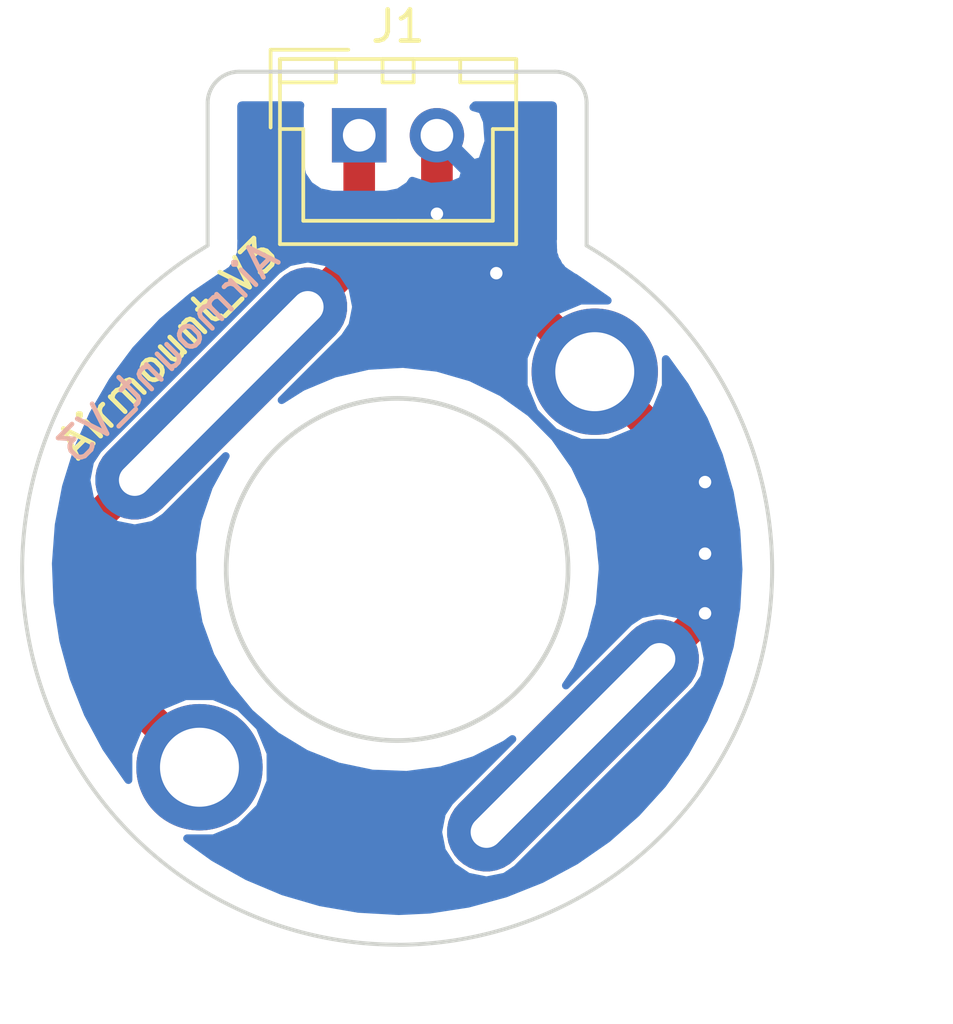
<source format=kicad_pcb>
(kicad_pcb (version 20171130) (host pcbnew 6.0.0-rc1-unknown-7dfc4e3~65~ubuntu18.04.1)

  (general
    (thickness 1.6)
    (drawings 14)
    (tracks 20)
    (zones 0)
    (modules 4)
    (nets 3)
  )

  (page A4)
  (layers
    (0 F.Cu signal)
    (31 B.Cu signal)
    (32 B.Adhes user)
    (33 F.Adhes user)
    (34 B.Paste user)
    (35 F.Paste user)
    (36 B.SilkS user)
    (37 F.SilkS user)
    (38 B.Mask user)
    (39 F.Mask user)
    (40 Dwgs.User user)
    (41 Cmts.User user)
    (42 Eco1.User user)
    (43 Eco2.User user)
    (44 Edge.Cuts user)
    (45 Margin user)
    (46 B.CrtYd user)
    (47 F.CrtYd user)
    (48 B.Fab user hide)
    (49 F.Fab user hide)
  )

  (setup
    (last_trace_width 0.25)
    (user_trace_width 0.254)
    (user_trace_width 0.508)
    (user_trace_width 0.762)
    (user_trace_width 1.016)
    (user_trace_width 1.27)
    (user_trace_width 1.524)
    (user_trace_width 1.778)
    (user_trace_width 2.032)
    (trace_clearance 0.2)
    (zone_clearance 0.889)
    (zone_45_only yes)
    (trace_min 0.2)
    (via_size 0.8)
    (via_drill 0.4)
    (via_min_size 0.4)
    (via_min_drill 0.3)
    (uvia_size 0.3)
    (uvia_drill 0.1)
    (uvias_allowed no)
    (uvia_min_size 0.2)
    (uvia_min_drill 0.1)
    (edge_width 0.127)
    (segment_width 0.2032)
    (pcb_text_width 0.254)
    (pcb_text_size 1.524 1.016)
    (mod_edge_width 0.127)
    (mod_text_size 1.016 1.016)
    (mod_text_width 0.127)
    (pad_size 4 4)
    (pad_drill 2.5)
    (pad_to_mask_clearance 0.2)
    (aux_axis_origin 0 0)
    (grid_origin 127 88.9)
    (visible_elements FFFFFF7F)
    (pcbplotparams
      (layerselection 0x010f0_ffffffff)
      (usegerberextensions true)
      (usegerberattributes false)
      (usegerberadvancedattributes false)
      (creategerberjobfile false)
      (excludeedgelayer true)
      (linewidth 0.127000)
      (plotframeref false)
      (viasonmask false)
      (mode 1)
      (useauxorigin true)
      (hpglpennumber 1)
      (hpglpenspeed 20)
      (hpglpendiameter 15.000000)
      (psnegative false)
      (psa4output false)
      (plotreference false)
      (plotvalue false)
      (plotinvisibletext false)
      (padsonsilk false)
      (subtractmaskfromsilk true)
      (outputformat 1)
      (mirror false)
      (drillshape 0)
      (scaleselection 1)
      (outputdirectory "airmount_gerbers/"))
  )

  (net 0 "")
  (net 1 GND)
  (net 2 "Net-(J1-Pad1)")

  (net_class Default "This is the default net class."
    (clearance 0.2)
    (trace_width 0.25)
    (via_dia 0.8)
    (via_drill 0.4)
    (uvia_dia 0.3)
    (uvia_drill 0.1)
  )

  (net_class 20mil ""
    (clearance 0.2)
    (trace_width 0.508)
    (via_dia 0.8)
    (via_drill 0.4)
    (uvia_dia 0.3)
    (uvia_drill 0.1)
  )

  (net_class 30mil ""
    (clearance 0.2)
    (trace_width 0.762)
    (via_dia 0.8)
    (via_drill 0.4)
    (uvia_dia 0.3)
    (uvia_drill 0.1)
  )

  (net_class 40mil ""
    (clearance 0.2)
    (trace_width 1.016)
    (via_dia 0.8)
    (via_drill 0.4)
    (uvia_dia 0.3)
    (uvia_drill 0.1)
    (add_net GND)
    (add_net "Net-(J1-Pad1)")
  )

  (net_class 50mil ""
    (clearance 0.2)
    (trace_width 1.27)
    (via_dia 0.8)
    (via_drill 0.4)
    (uvia_dia 0.3)
    (uvia_drill 0.1)
  )

  (net_class thick ""
    (clearance 0.2)
    (trace_width 0.4)
    (via_dia 0.8)
    (via_drill 0.4)
    (uvia_dia 0.3)
    (uvia_drill 0.1)
  )

  (module library:p_contacts2 (layer F.Cu) (tedit 5B5C0A1D) (tstamp 5B670995)
    (at 127 88.9 45)
    (path /5B47C54B)
    (fp_text reference M1 (at 0 6.35 45) (layer F.SilkS) hide
      (effects (font (size 1 1) (thickness 0.15)))
    )
    (fp_text value Motor_DC (at 0 -8.89 45) (layer F.Fab)
      (effects (font (size 1 1) (thickness 0.15)))
    )
    (pad 2 thru_hole circle (at 8.9916 0 45) (size 4.064 4.064) (drill 2.54) (layers *.Mask F.Cu)
      (net 1 GND))
    (pad 1 thru_hole circle (at -8.9916 0 45) (size 4.064 4.064) (drill 2.54) (layers *.Mask F.Cu)
      (net 2 "Net-(J1-Pad1)"))
  )

  (module library:GasSolenoid2 (layer F.Cu) (tedit 5B5C09EB) (tstamp 5B67099A)
    (at 127 88.9 135)
    (path /5B56300C)
    (fp_text reference M2 (at 0 15.24 135) (layer F.SilkS) hide
      (effects (font (size 1 1) (thickness 0.15)))
    )
    (fp_text value Motor_DC (at 0 -6.096 135) (layer F.Fab)
      (effects (font (size 1 1) (thickness 0.15)))
    )
    (fp_circle (center 0 0) (end 5.08 0) (layer F.Fab) (width 0.15))
    (fp_circle (center 0 0) (end 12.7 0) (layer F.Fab) (width 0.15))
    (pad 2 thru_hole roundrect (at -8.000999 0 135) (size 2.54 10.414) (drill oval 1.016 8.89) (layers *.Mask F.Cu) (roundrect_rratio 0.5)
      (net 1 GND))
    (pad 1 thru_hole roundrect (at 8.000999 0 135) (size 2.54 10.414) (drill oval 1.016 8.89) (layers *.Mask F.Cu) (roundrect_rratio 0.5)
      (net 2 "Net-(J1-Pad1)"))
  )

  (module library:pumpBoard2 (layer F.Cu) (tedit 5B5C0136) (tstamp 5B467481)
    (at 127 88.9)
    (fp_text reference Board1 (at 0.508 14.478) (layer F.SilkS) hide
      (effects (font (size 1 1) (thickness 0.15)))
    )
    (fp_text value pumpBoard2 (at 0 -1.778) (layer F.Fab)
      (effects (font (size 1 1) (thickness 0.15)))
    )
    (fp_arc (start 5.08 -14.986) (end 6.096 -14.986) (angle -90) (layer F.Fab) (width 0.127))
    (fp_arc (start -5.08 -14.986) (end -5.08 -16.002) (angle -90) (layer F.Fab) (width 0.127))
    (fp_line (start -5.08 -16.002) (end 5.08 -16.002) (layer F.Fab) (width 0.127))
    (fp_line (start 6.096 -10.414) (end 6.096 -14.986) (layer F.Fab) (width 0.127))
    (fp_line (start -6.096 -10.414) (end -6.096 -14.986) (layer F.Fab) (width 0.127))
    (fp_arc (start 0 0) (end -6.096 -10.414) (angle -299.3) (layer F.Fab) (width 0.127))
    (fp_circle (center 0 0) (end 5.461 0) (layer F.Fab) (width 0.127))
  )

  (module Connectors_JST:JST_XH_B02B-XH-A_02x2.50mm_Straight (layer F.Cu) (tedit 58EAE7F0) (tstamp 5B4672FA)
    (at 125.7808 74.9418)
    (descr "JST XH series connector, B02B-XH-A, top entry type, through hole")
    (tags "connector jst xh tht top vertical 2.50mm")
    (path /5B47C618)
    (fp_text reference J1 (at 1.25 -3.5) (layer F.SilkS)
      (effects (font (size 1 1) (thickness 0.15)))
    )
    (fp_text value JST (at 1.25 4.5) (layer F.Fab)
      (effects (font (size 1 1) (thickness 0.15)))
    )
    (fp_line (start -2.45 -2.35) (end -2.45 3.4) (layer F.Fab) (width 0.1))
    (fp_line (start -2.45 3.4) (end 4.95 3.4) (layer F.Fab) (width 0.1))
    (fp_line (start 4.95 3.4) (end 4.95 -2.35) (layer F.Fab) (width 0.1))
    (fp_line (start 4.95 -2.35) (end -2.45 -2.35) (layer F.Fab) (width 0.1))
    (fp_line (start -2.95 -2.85) (end -2.95 3.9) (layer F.CrtYd) (width 0.05))
    (fp_line (start -2.95 3.9) (end 5.45 3.9) (layer F.CrtYd) (width 0.05))
    (fp_line (start 5.45 3.9) (end 5.45 -2.85) (layer F.CrtYd) (width 0.05))
    (fp_line (start 5.45 -2.85) (end -2.95 -2.85) (layer F.CrtYd) (width 0.05))
    (fp_line (start -2.55 -2.45) (end -2.55 3.5) (layer F.SilkS) (width 0.12))
    (fp_line (start -2.55 3.5) (end 5.05 3.5) (layer F.SilkS) (width 0.12))
    (fp_line (start 5.05 3.5) (end 5.05 -2.45) (layer F.SilkS) (width 0.12))
    (fp_line (start 5.05 -2.45) (end -2.55 -2.45) (layer F.SilkS) (width 0.12))
    (fp_line (start 0.75 -2.45) (end 0.75 -1.7) (layer F.SilkS) (width 0.12))
    (fp_line (start 0.75 -1.7) (end 1.75 -1.7) (layer F.SilkS) (width 0.12))
    (fp_line (start 1.75 -1.7) (end 1.75 -2.45) (layer F.SilkS) (width 0.12))
    (fp_line (start 1.75 -2.45) (end 0.75 -2.45) (layer F.SilkS) (width 0.12))
    (fp_line (start -2.55 -2.45) (end -2.55 -1.7) (layer F.SilkS) (width 0.12))
    (fp_line (start -2.55 -1.7) (end -0.75 -1.7) (layer F.SilkS) (width 0.12))
    (fp_line (start -0.75 -1.7) (end -0.75 -2.45) (layer F.SilkS) (width 0.12))
    (fp_line (start -0.75 -2.45) (end -2.55 -2.45) (layer F.SilkS) (width 0.12))
    (fp_line (start 3.25 -2.45) (end 3.25 -1.7) (layer F.SilkS) (width 0.12))
    (fp_line (start 3.25 -1.7) (end 5.05 -1.7) (layer F.SilkS) (width 0.12))
    (fp_line (start 5.05 -1.7) (end 5.05 -2.45) (layer F.SilkS) (width 0.12))
    (fp_line (start 5.05 -2.45) (end 3.25 -2.45) (layer F.SilkS) (width 0.12))
    (fp_line (start -2.55 -0.2) (end -1.8 -0.2) (layer F.SilkS) (width 0.12))
    (fp_line (start -1.8 -0.2) (end -1.8 2.75) (layer F.SilkS) (width 0.12))
    (fp_line (start -1.8 2.75) (end 1.25 2.75) (layer F.SilkS) (width 0.12))
    (fp_line (start 5.05 -0.2) (end 4.3 -0.2) (layer F.SilkS) (width 0.12))
    (fp_line (start 4.3 -0.2) (end 4.3 2.75) (layer F.SilkS) (width 0.12))
    (fp_line (start 4.3 2.75) (end 1.25 2.75) (layer F.SilkS) (width 0.12))
    (fp_line (start -0.35 -2.75) (end -2.85 -2.75) (layer F.SilkS) (width 0.12))
    (fp_line (start -2.85 -2.75) (end -2.85 -0.25) (layer F.SilkS) (width 0.12))
    (fp_line (start -0.35 -2.75) (end -2.85 -2.75) (layer F.Fab) (width 0.1))
    (fp_line (start -2.85 -2.75) (end -2.85 -0.25) (layer F.Fab) (width 0.1))
    (fp_text user %R (at 1.25 2.5) (layer F.Fab)
      (effects (font (size 1 1) (thickness 0.15)))
    )
    (pad 1 thru_hole rect (at 0 0) (size 1.75 1.75) (drill 1.05) (layers *.Cu *.Mask)
      (net 2 "Net-(J1-Pad1)"))
    (pad 2 thru_hole circle (at 2.5 0) (size 1.75 1.75) (drill 1.05) (layers *.Cu *.Mask)
      (net 1 GND))
    (model Connectors_JST.3dshapes/JST_XH_B02B-XH-A_02x2.50mm_Straight.wrl
      (at (xyz 0 0 0))
      (scale (xyz 1 1 1))
      (rotate (xyz 0 0 0))
    )
  )

  (gr_arc (start 127 88.9) (end 120.70334 78.613) (angle -148.529251) (layer Edge.Cuts) (width 0.127))
  (gr_arc (start 127 88.9) (end 127 100.965) (angle -148.5189608) (layer Edge.Cuts) (width 0.127))
  (gr_line (start 133.2992 78.61046) (end 133.096 78.486) (layer Edge.Cuts) (width 0.127))
  (gr_line (start 120.7008 78.613) (end 120.904 78.486) (layer Edge.Cuts) (width 0.127))
  (gr_text Airmount_V3 (at 119.634 81.915 45) (layer B.SilkS) (tstamp 5B5C0FFA)
    (effects (font (size 1.016 1.016) (thickness 0.1524)) (justify mirror))
  )
  (gr_text Airmount_V3 (at 119.634 81.788 45) (layer F.SilkS)
    (effects (font (size 1.016 1.016) (thickness 0.1524)))
  )
  (dimension 28.067 (width 0.15) (layer Dwgs.User)
    (gr_text "28.067 mm" (at 143.54 86.9315 90) (layer Dwgs.User)
      (effects (font (size 1 1) (thickness 0.15)))
    )
    (feature1 (pts (xy 127 72.898) (xy 142.826421 72.898)))
    (feature2 (pts (xy 127 100.965) (xy 142.826421 100.965)))
    (crossbar (pts (xy 142.24 100.965) (xy 142.24 72.898)))
    (arrow1a (pts (xy 142.24 72.898) (xy 142.826421 74.024504)))
    (arrow1b (pts (xy 142.24 72.898) (xy 141.653579 74.024504)))
    (arrow2a (pts (xy 142.24 100.965) (xy 142.826421 99.838496)))
    (arrow2b (pts (xy 142.24 100.965) (xy 141.653579 99.838496)))
  )
  (dimension 24.13 (width 0.15) (layer Dwgs.User)
    (gr_text "24.13 mm" (at 127 104.17) (layer Dwgs.User)
      (effects (font (size 1 1) (thickness 0.15)))
    )
    (feature1 (pts (xy 139.065 88.9) (xy 139.065 103.456421)))
    (feature2 (pts (xy 114.935 88.9) (xy 114.935 103.456421)))
    (crossbar (pts (xy 114.935 102.87) (xy 139.065 102.87)))
    (arrow1a (pts (xy 139.065 102.87) (xy 137.938496 103.456421)))
    (arrow1b (pts (xy 139.065 102.87) (xy 137.938496 102.283579)))
    (arrow2a (pts (xy 114.935 102.87) (xy 116.061504 103.456421)))
    (arrow2b (pts (xy 114.935 102.87) (xy 116.061504 102.283579)))
  )
  (gr_arc (start 132.08 73.914) (end 133.096 73.914) (angle -90) (layer Edge.Cuts) (width 0.127))
  (gr_arc (start 121.92 73.914) (end 121.92 72.898) (angle -90) (layer Edge.Cuts) (width 0.127))
  (gr_line (start 120.904 73.914) (end 120.904 78.486) (layer Edge.Cuts) (width 0.127))
  (gr_line (start 132.08 72.898) (end 121.92 72.898) (layer Edge.Cuts) (width 0.127))
  (gr_line (start 133.096 78.486) (end 133.096 73.914) (layer Edge.Cuts) (width 0.127))
  (gr_circle (center 127 88.9) (end 132.5 88.9) (layer Edge.Cuts) (width 0.15))

  (segment (start 128.2808 77.464758) (end 128.2808 77.464758) (width 1.016) (layer F.Cu) (net 1))
  (segment (start 128.2808 74.9418) (end 128.2808 77.464758) (width 1.016) (layer F.Cu) (net 1))
  (segment (start 133.358021 82.541979) (end 136.906 86.089958) (width 1.016) (layer F.Cu) (net 1))
  (segment (start 136.906 90.309122) (end 136.906 90.309122) (width 1.016) (layer F.Cu) (net 1))
  (segment (start 136.906 86.089958) (end 136.906 88.392) (width 1.016) (layer F.Cu) (net 1))
  (segment (start 128.2808 77.464758) (end 130.191042 79.375) (width 1.016) (layer F.Cu) (net 1) (tstamp 5B5C0CE4))
  (via (at 128.2808 77.464758) (size 0.8) (drill 0.4) (layers F.Cu B.Cu) (net 1))
  (segment (start 130.191042 79.375) (end 133.358021 82.541979) (width 1.016) (layer F.Cu) (net 1) (tstamp 5B5C0CE6))
  (via (at 130.191042 79.375) (size 0.8) (drill 0.4) (layers F.Cu B.Cu) (net 1))
  (segment (start 136.906 86.089958) (end 136.906 86.089958) (width 1.016) (layer F.Cu) (net 1) (tstamp 5B5C0CE8))
  (via (at 136.906 86.089958) (size 0.8) (drill 0.4) (layers F.Cu B.Cu) (net 1))
  (segment (start 136.906 90.309122) (end 132.657561 94.557561) (width 1.016) (layer F.Cu) (net 1) (tstamp 5B5C0CEA))
  (via (at 136.906 90.309122) (size 0.8) (drill 0.4) (layers F.Cu B.Cu) (net 1))
  (segment (start 136.906 88.392) (end 136.906 90.309122) (width 1.016) (layer F.Cu) (net 1) (tstamp 5B5C0CEC))
  (via (at 136.906 88.392) (size 0.8) (drill 0.4) (layers F.Cu B.Cu) (net 1))
  (segment (start 125.7808 78.804078) (end 121.342439 83.242439) (width 1.016) (layer F.Cu) (net 2))
  (segment (start 125.7808 74.9418) (end 125.7808 78.804078) (width 1.016) (layer F.Cu) (net 2))
  (segment (start 120.641979 95.258021) (end 117.221 91.837042) (width 1.016) (layer F.Cu) (net 2))
  (segment (start 117.221 87.363878) (end 121.342439 83.242439) (width 1.016) (layer F.Cu) (net 2))
  (segment (start 117.221 91.837042) (end 117.221 87.363878) (width 1.016) (layer F.Cu) (net 2))

  (zone (net 1) (net_name GND) (layer B.Cu) (tstamp 5B5C4C2E) (hatch edge 0.508)
    (connect_pads (clearance 0.889))
    (min_thickness 0.254)
    (fill yes (arc_segments 16) (thermal_gap 0.635) (thermal_bridge_width 0.635) (smoothing fillet) (radius 0.508))
    (polygon
      (pts
        (xy 114.808 72.644) (xy 114.808 101.092) (xy 139.192 101.092) (xy 139.192 72.644)
      )
    )
    (filled_polygon
      (pts
        (xy 123.869896 74.0668) (xy 123.869896 75.8168) (xy 123.948749 76.213223) (xy 124.173305 76.549295) (xy 124.509377 76.773851)
        (xy 124.9058 76.852704) (xy 126.6558 76.852704) (xy 127.052223 76.773851) (xy 127.388295 76.549295) (xy 127.485648 76.403597)
        (xy 128.078946 76.59862) (xy 128.728349 76.549748) (xy 129.101326 76.395256) (xy 129.18289 76.113298) (xy 128.2808 75.211208)
        (xy 128.266658 75.22535) (xy 127.99725 74.955942) (xy 128.011392 74.9418) (xy 127.99725 74.927658) (xy 128.266658 74.65825)
        (xy 128.2808 74.672392) (xy 128.294942 74.65825) (xy 128.56435 74.927658) (xy 128.550208 74.9418) (xy 129.452298 75.84389)
        (xy 129.734256 75.762326) (xy 129.93762 75.143654) (xy 129.888748 74.494251) (xy 129.734256 74.121274) (xy 129.4523 74.03971)
        (xy 129.51451 73.9775) (xy 131.973679 73.9775) (xy 132.009395 73.984605) (xy 132.016501 74.020326) (xy 132.0165 78.293352)
        (xy 132.008866 78.314059) (xy 132.0165 78.507292) (xy 132.0165 78.592317) (xy 132.020692 78.61339) (xy 132.025819 78.743175)
        (xy 132.062193 78.82203) (xy 132.079134 78.907199) (xy 132.151295 79.015197) (xy 132.205699 79.133139) (xy 132.269477 79.192069)
        (xy 132.317724 79.264276) (xy 132.425723 79.336439) (xy 132.441501 79.351017) (xy 132.513989 79.395415) (xy 132.6748 79.502866)
        (xy 132.696449 79.507172) (xy 132.716463 79.51943) (xy 133.759415 80.242442) (xy 133.774862 80.255979) (xy 132.903307 80.255979)
        (xy 132.063106 80.604002) (xy 131.420044 81.247064) (xy 131.072021 82.087265) (xy 131.072021 82.996693) (xy 131.420044 83.836894)
        (xy 132.063106 84.479956) (xy 132.903307 84.827979) (xy 133.812735 84.827979) (xy 134.652936 84.479956) (xy 135.295998 83.836894)
        (xy 135.644021 82.996693) (xy 135.644021 82.138013) (xy 136.261657 82.995364) (xy 136.870545 84.081767) (xy 137.352535 85.23012)
        (xy 137.70143 86.425653) (xy 137.912743 87.652986) (xy 137.98376 88.89637) (xy 137.913567 90.139787) (xy 137.703065 91.367264)
        (xy 137.354961 92.56303) (xy 136.873733 93.711695) (xy 136.265563 94.798503) (xy 135.538273 95.80948) (xy 134.701213 96.731623)
        (xy 133.76514 97.553085) (xy 132.742102 98.263294) (xy 131.645233 98.853132) (xy 130.488646 99.315007) (xy 129.28721 99.642982)
        (xy 128.051779 99.833552) (xy 127.041714 99.882236) (xy 125.757043 99.809287) (xy 124.530069 99.598455) (xy 123.334845 99.250079)
        (xy 122.18674 98.768638) (xy 121.100526 98.160329) (xy 120.244419 97.544021) (xy 121.096693 97.544021) (xy 121.936894 97.195998)
        (xy 122.579956 96.552936) (xy 122.927979 95.712735) (xy 122.927979 94.803307) (xy 122.579956 93.963106) (xy 121.936894 93.320044)
        (xy 121.096693 92.972021) (xy 120.187265 92.972021) (xy 119.347064 93.320044) (xy 118.704002 93.963106) (xy 118.355979 94.803307)
        (xy 118.355979 95.66927) (xy 118.347745 95.65988) (xy 117.638125 94.636968) (xy 117.048859 93.540289) (xy 116.587532 92.383964)
        (xy 116.260068 91.18284) (xy 116.070682 89.952379) (xy 116.021805 88.708376) (xy 116.114067 87.466835) (xy 116.34628 86.243732)
        (xy 116.413788 86.026318) (xy 117.004705 86.026318) (xy 117.122985 86.620953) (xy 117.459818 87.12506) (xy 117.963925 87.461893)
        (xy 118.55856 87.580173) (xy 119.153195 87.461893) (xy 119.530056 87.210083) (xy 121.486235 85.253904) (xy 121.480821 85.260772)
        (xy 120.946555 86.242723) (xy 120.585375 87.300654) (xy 120.407609 88.404316) (xy 120.41834 89.52215) (xy 120.61726 90.622195)
        (xy 120.998683 91.672998) (xy 121.551702 92.644512) (xy 122.260504 93.508958) (xy 123.104823 94.241621) (xy 124.060517 94.82155)
        (xy 125.10026 95.232165) (xy 126.194322 95.461723) (xy 127.311421 95.503661) (xy 128.419615 95.35678) (xy 129.487219 95.025281)
        (xy 130.483705 94.518641) (xy 130.70839 94.35147) (xy 128.689917 96.369944) (xy 128.438107 96.746805) (xy 128.319827 97.34144)
        (xy 128.438107 97.936075) (xy 128.77494 98.440182) (xy 129.279047 98.777015) (xy 129.873682 98.895295) (xy 130.468317 98.777015)
        (xy 130.845178 98.525205) (xy 136.625205 92.745179) (xy 136.877016 92.368317) (xy 136.995295 91.773682) (xy 136.877016 91.179047)
        (xy 136.540182 90.67494) (xy 136.036075 90.338106) (xy 135.44144 90.219827) (xy 134.846805 90.338106) (xy 134.469943 90.589917)
        (xy 132.42998 92.62988) (xy 132.776508 92.115163) (xy 133.235645 91.095917) (xy 133.516486 90.013883) (xy 133.611 88.9)
        (xy 133.609782 88.773086) (xy 133.493901 87.661222) (xy 133.19234 86.584779) (xy 132.713721 85.574535) (xy 132.071729 84.659376)
        (xy 131.284721 83.86547) (xy 130.375199 83.215517) (xy 129.369171 82.7281) (xy 128.2954 82.417156) (xy 127.18459 82.291578)
        (xy 126.068502 82.354954) (xy 124.979048 82.605473) (xy 123.94738 83.035971) (xy 123.283962 83.456177) (xy 125.310083 81.430057)
        (xy 125.561894 81.053195) (xy 125.680173 80.45856) (xy 125.561894 79.863925) (xy 125.22506 79.359818) (xy 124.720953 79.022984)
        (xy 124.126318 78.904705) (xy 123.531683 79.022984) (xy 123.154821 79.274795) (xy 117.374795 85.054822) (xy 117.122985 85.431683)
        (xy 117.004705 86.026318) (xy 116.413788 86.026318) (xy 116.715463 85.05477) (xy 117.216868 83.91524) (xy 117.844046 82.839803)
        (xy 118.588935 81.842275) (xy 119.441957 80.935486) (xy 120.395649 80.128126) (xy 121.310039 79.505882) (xy 121.3252 79.502866)
        (xy 121.490081 79.392696) (xy 121.566291 79.345065) (xy 121.578357 79.333712) (xy 121.682276 79.264276) (xy 121.733271 79.187956)
        (xy 121.800114 79.125065) (xy 121.851432 79.011116) (xy 121.920866 78.9072) (xy 121.938772 78.81718) (xy 121.976462 78.733491)
        (xy 121.980267 78.608573) (xy 121.9835 78.592318) (xy 121.9835 78.502416) (xy 121.989536 78.30424) (xy 121.9835 78.288313)
        (xy 121.9835 74.020321) (xy 121.990605 73.984605) (xy 122.026321 73.9775) (xy 123.887659 73.9775)
      )
    )
  )
)

</source>
